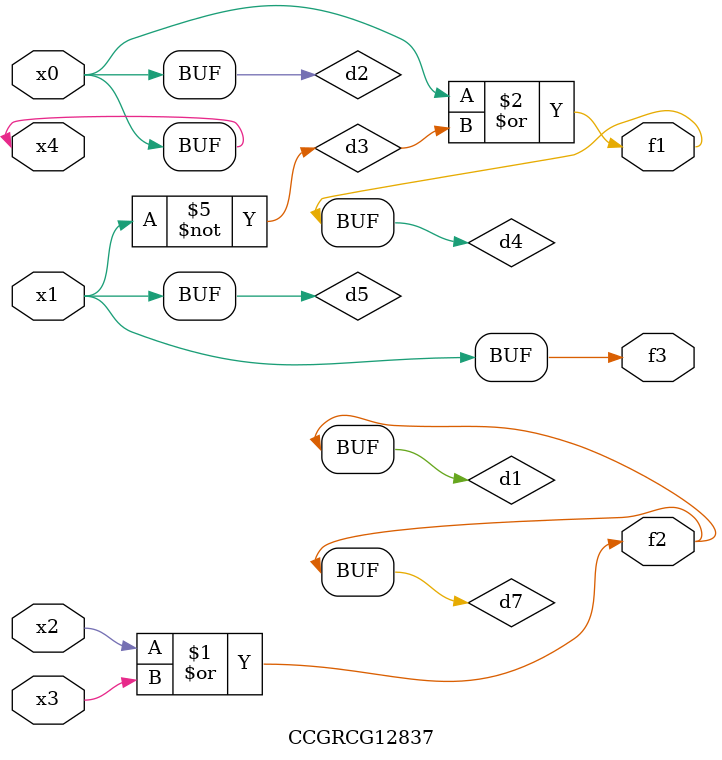
<source format=v>
module CCGRCG12837(
	input x0, x1, x2, x3, x4,
	output f1, f2, f3
);

	wire d1, d2, d3, d4, d5, d6, d7;

	or (d1, x2, x3);
	buf (d2, x0, x4);
	not (d3, x1);
	or (d4, d2, d3);
	not (d5, d3);
	nand (d6, d1, d3);
	or (d7, d1);
	assign f1 = d4;
	assign f2 = d7;
	assign f3 = d5;
endmodule

</source>
